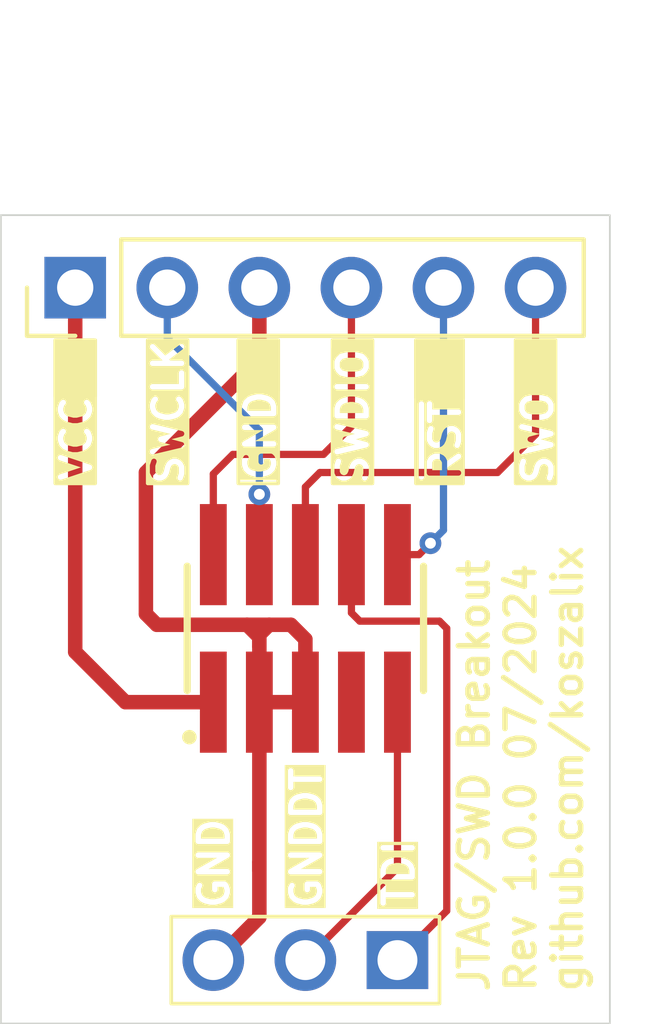
<source format=kicad_pcb>
(kicad_pcb (version 20240108) (generator "pcbnew") (generator_version "8.0")
  (title_block (title "JTAG/SWD Breakout") (date "2024-07-20") (rev "1.0.0"))
  (layers (0 "F.Cu" signal) (31 "B.Cu" signal) (34 "B.Paste" user) (35 "F.Paste" user) (36 "B.SilkS" user "B.Silkscreen") (37 "F.SilkS" user "F.Silkscreen") (38 "B.Mask" user) (39 "F.Mask" user) (44 "Edge.Cuts" user))
  (net 0 "")
  (net 2 "GND")
  (net 3 "/SWCLK{slash}TCK")
  (net 4 "/SWDIO{slash}TMS")
  (net 5 "/GND_Detect")
  (net 6 "/SWO{slash}TDO")
  (net 7 "/TDI")
  (net 8 "VCC")
  (net 9 "/~{RST}")
  (footprint "Koszalix_Connectors_PinHead:Amphenol_68000-103HLF" (layer "F.Cu") (at 95.4 104.75 180)
    (property "Reference" "J3" (hide yes))
    (property "Value" "68000-103HLF" (hide yes))
    (fp_rect (start -3.7 -1.2) (end 3.7 1.2) (stroke (width 0.1)) (fill none) (layer "F.SilkS"))
    (pad "1" thru_hole rect (at -2.54 0 180) (size 1.7 1.6) (drill 1.1) (layers "*.Cu" "*.Mask") (net 7 "/TDI"))
    (pad "2" thru_hole circle (at 0 0 180) (size 1.7 1.7) (drill 1.1) (layers "*.Cu" "*.Mask") (net 5 "/GND_Detect"))
    (pad "3" thru_hole circle (at 2.54 0 180) (size 1.7 1.7) (drill 1.1) (layers "*.Cu" "*.Mask") (net 2 "GND"))
  )
  (footprint "Connector_PinHeader_2.54mm:PinHeader_1x06_P2.54mm_Vertical" (layer "F.Cu") (at 89.05 86.2 90)
    (property "Reference" "J6" (hide yes))
    (property "Value" "DS1021-1*6SF11-B")
    (fp_line (start -1.33 -1.33) (end 0 -1.33) (stroke (width 0.12)) (layer "F.SilkS"))
    (fp_line (start -1.33 0) (end -1.33 -1.33) (stroke (width 0.12)) (layer "F.SilkS"))
    (fp_line (start 1.33 1.27) (end 1.33 14.03) (stroke (width 0.12)) (layer "F.SilkS"))
    (fp_line (start -1.33 1.27) (end 1.33 1.27) (stroke (width 0.12)) (layer "F.SilkS"))
    (fp_line (start -1.33 1.27) (end -1.33 14.03) (stroke (width 0.12)) (layer "F.SilkS"))
    (fp_line (start -1.33 14.03) (end 1.33 14.03) (stroke (width 0.12)) (layer "F.SilkS"))
    (pad "1" thru_hole rect (at 0 0 90) (size 1.7 1.7) (drill 1) (layers "*.Cu" "*.Mask") (net 8 "VCC"))
    (pad "2" thru_hole oval (at 0 2.54 90) (size 1.7 1.7) (drill 1) (layers "*.Cu" "*.Mask") (net 3 "/SWCLK{slash}TCK"))
    (pad "3" thru_hole oval (at 0 5.08 90) (size 1.7 1.7) (drill 1) (layers "*.Cu" "*.Mask") (net 2 "GND"))
    (pad "4" thru_hole oval (at 0 7.62 90) (size 1.7 1.7) (drill 1) (layers "*.Cu" "*.Mask") (net 4 "/SWDIO{slash}TMS"))
    (pad "5" thru_hole oval (at 0 10.16 90) (size 1.7 1.7) (drill 1) (layers "*.Cu" "*.Mask") (net 9 "/~{RST}"))
    (pad "6" thru_hole oval (at 0 12.7 90) (size 1.7 1.7) (drill 1) (layers "*.Cu" "*.Mask") (net 6 "/SWO{slash}TDO"))
  )
  (footprint "Koszalix_Connectors_PinHead:Samtec-FTSH-105-01-L-DV-K" (layer "F.Cu") (at 95.4 95.6)
    (property "Reference" "J1" (hide yes))
    (property "Value" "JTAG")
    (fp_line (start -3.26 -1.715) (end -3.26 1.715) (stroke (width 0.2)) (layer "F.SilkS"))
    (fp_line (start 3.26 1.715) (end 3.26 -1.715) (stroke (width 0.2)) (layer "F.SilkS"))
    (fp_circle (center -3.2 3) (end -3.1 3) (stroke (width 0.2)) (fill none) (layer "F.SilkS"))
    (pad "1" smd rect (at -2.54 2.035) (size 0.74 2.79) (layers "F.Cu" "F.Paste" "F.Mask") (net 8 "VCC"))
    (pad "2" smd rect (at -2.54 -2.035) (size 0.74 2.79) (layers "F.Cu" "F.Paste" "F.Mask") (net 4 "/SWDIO{slash}TMS"))
    (pad "3" smd rect (at -1.27 2.035) (size 0.74 2.79) (layers "F.Cu" "F.Paste" "F.Mask") (net 2 "GND"))
    (pad "4" smd rect (at -1.27 -2.035) (size 0.74 2.79) (layers "F.Cu" "F.Paste" "F.Mask") (net 3 "/SWCLK{slash}TCK"))
    (pad "5" smd rect (at 0 2.035) (size 0.74 2.79) (layers "F.Cu" "F.Paste" "F.Mask") (net 2 "GND"))
    (pad "6" smd rect (at 0 -2.035) (size 0.74 2.79) (layers "F.Cu" "F.Paste" "F.Mask") (net 6 "/SWO{slash}TDO"))
    (pad "7" smd rect (at 1.27 2.035) (size 0.74 2.79) (layers "F.Cu" "F.Paste" "F.Mask"))
    (pad "8" smd rect (at 1.27 -2.035) (size 0.74 2.79) (layers "F.Cu" "F.Paste" "F.Mask") (net 7 "/TDI"))
    (pad "9" smd rect (at 2.54 2.035) (size 0.74 2.79) (layers "F.Cu" "F.Paste" "F.Mask") (net 5 "/GND_Detect"))
    (pad "10" smd rect (at 2.54 -2.035) (size 0.74 2.79) (layers "F.Cu" "F.Paste" "F.Mask") (net 9 "/~{RST}"))
  )
  (gr_rect (start 88.5 87.65) (end 89.6 91.6) (stroke (width 0.1)) (fill none) (layer "F.SilkS"))
  (gr_rect (start 101.2 87.65) (end 102.3 91.6) (stroke (width 0.1)) (fill none) (layer "F.SilkS"))
  (gr_rect (start 96.15 87.65) (end 97.25 91.6) (stroke (width 0.1)) (fill none) (layer "F.SilkS"))
  (gr_rect (start 93.55 87.65) (end 94.65 91.6) (stroke (width 0.1)) (fill none) (layer "F.SilkS"))
  (gr_rect (start 88.5 87.65) (end 89.6 89.2) (stroke (width 0.1)) (fill solid) (layer "F.SilkS"))
  (gr_rect (start 101.2 87.65) (end 102.3 89.1) (stroke (width 0.1)) (fill solid) (layer "F.SilkS"))
  (gr_rect (start 93.55 87.65) (end 94.65 89.05) (stroke (width 0.1)) (fill solid) (layer "F.SilkS"))
  (gr_rect (start 91.05 87.65) (end 92.15 91.6) (stroke (width 0.1)) (fill none) (layer "F.SilkS"))
  (gr_rect (start 96.15 87.65) (end 97.25 87.85) (stroke (width 0.1)) (fill solid) (layer "F.SilkS"))
  (gr_rect (start 98.45 87.65) (end 99.75 91.6) (stroke (width 0.1)) (fill none) (layer "F.SilkS"))
  (gr_rect (start 98.45 87.65) (end 99.75 89.25) (stroke (width 0.1)) (fill solid) (layer "F.SilkS"))
  (gr_rect (start 87 84.2) (end 103.8 106.5) (stroke (width 0.05)) (fill none) (layer "Edge.Cuts"))
  (gr_text "JTAG/SWD Breakout\nRev 1.0.0 07/2024\ngithub.com/koszalix" (at 103.1 105.7 90) (layer "F.SilkS") (effects (font (size 0.8 0.8) (thickness 0.15) (bold yes)) (justify left bottom)))
  (gr_text "VCC  " (at 89.55 91.6 90) (layer "F.SilkS" knockout) (effects (font (size 0.8 0.8) (thickness 0.15) (bold yes)) (justify left bottom)))
  (gr_text "GNDDT\n" (at 95.9 103.4 90) (layer "F.SilkS" knockout) (effects (font (size 0.8 0.8) (thickness 0.15) (bold yes)) (justify left bottom)))
  (gr_text "GND" (at 93.35 103.4 90) (layer "F.SilkS" knockout) (effects (font (size 0.8 0.8) (thickness 0.15) (bold yes)) (justify left bottom)))
  (gr_text "SWDIO" (at 97.18 91.7 90) (layer "F.SilkS" knockout) (effects (font (size 0.8 0.8) (thickness 0.15) (bold yes)) (justify left bottom)))
  (gr_text "TDI" (at 98.45 103.35 90) (layer "F.SilkS" knockout) (effects (font (size 0.8 0.8) (thickness 0.15) (bold yes)) (justify left bottom)))
  (gr_text "~{RST}" (at 99.73 91.6 90) (layer "F.SilkS" knockout) (effects (font (size 0.8 0.8) (thickness 0.15) (bold yes)) (justify left bottom)))
  (gr_text "GND" (at 94.63 91.6 90) (layer "F.SilkS" knockout) (effects (font (size 0.8 0.8) (thickness 0.15) (bold yes)) (justify left bottom)))
  (gr_text "SWCLK" (at 92.09 91.7 90) (layer "F.SilkS" knockout) (effects (font (size 0.8 0.8) (thickness 0.15) (bold yes)) (justify left bottom)))
  (gr_text "SWO" (at 102.28 91.7 90) (layer "F.SilkS" knockout) (effects (font (size 0.8 0.8) (thickness 0.15) (bold yes)) (justify left bottom)))
  (segment (start 94.13 96.1) (end 94.13 95.77) (width 0.4) (layer "F.Cu") (net 2))
  (segment (start 94.13 95.84) (end 94.13 96.1) (width 0.4) (layer "F.Cu") (net 2))
  (segment (start 92.95 104.75) (end 94.13 103.57) (width 0.4) (layer "F.Cu") (net 2))
  (segment (start 94.13 103.57) (end 94.13 102.05) (width 0.4) (layer "F.Cu") (net 2))
  (segment (start 94.13 102.28) (end 94.13 102.05) (width 0.4) (layer "F.Cu") (net 2))
  (segment (start 93.79 95.5) (end 94.13 95.84) (width 0.4) (layer "F.Cu") (net 2))
  (segment (start 94.13 95.77) (end 94.4 95.5) (width 0.4) (layer "F.Cu") (net 2))
  (segment (start 94.4 95.5) (end 95 95.5) (width 0.4) (layer "F.Cu") (net 2))
  (segment (start 91 95.2) (end 91 91.3) (width 0.4) (layer "F.Cu") (net 2))
  (segment (start 94.13 96.1) (end 94.13 97.635) (width 0.4) (layer "F.Cu") (net 2))
  (segment (start 95 95.5) (end 95.4 95.9) (width 0.4) (layer "F.Cu") (net 2))
  (segment (start 91 91.3) (end 94.13 88.17) (width 0.4) (layer "F.Cu") (net 2))
  (segment (start 95.4 95.9) (end 95.4 97.635) (width 0.4) (layer "F.Cu") (net 2))
  (segment (start 91.3 95.5) (end 91 95.2) (width 0.4) (layer "F.Cu") (net 2))
  (segment (start 93.79 95.5) (end 94.4 95.5) (width 0.4) (layer "F.Cu") (net 2))
  (segment (start 92.86 104.75) (end 92.95 104.75) (width 0.4) (layer "F.Cu") (net 2))
  (segment (start 93.79 95.5) (end 91.3 95.5) (width 0.4) (layer "F.Cu") (net 2))
  (segment (start 94.13 102.05) (end 94.13 97.635) (width 0.4) (layer "F.Cu") (net 2))
  (segment (start 94.13 97.635) (end 95.4 97.635) (width 0.4) (layer "F.Cu") (net 2))
  (segment (start 94.13 88.17) (end 94.13 86.2) (width 0.4) (layer "F.Cu") (net 2))
  (segment (start 94.13 91.9) (end 94.13 93.565) (width 0.2) (layer "F.Cu") (net 3))
  (via (at 94.13 91.9) (size 0.6) (drill 0.3) (layers "F.Cu" "B.Cu") (net 3))
  (segment (start 94.13 91.9) (end 94.13 90.13) (width 0.2) (layer "B.Cu") (net 3))
  (segment (start 91.59 87.59) (end 91.59 86.2) (width 0.2) (layer "B.Cu") (net 3))
  (segment (start 94.13 90.13) (end 91.59 87.59) (width 0.2) (layer "B.Cu") (net 3))
  (segment (start 92.86 93.565) (end 92.86 91.34) (width 0.2) (layer "F.Cu") (net 4))
  (segment (start 96.67 90.03) (end 96.67 86.2) (width 0.2) (layer "F.Cu") (net 4))
  (segment (start 93.4 90.8) (end 95.9 90.8) (width 0.2) (layer "F.Cu") (net 4))
  (segment (start 95.9 90.8) (end 96.67 90.03) (width 0.2) (layer "F.Cu") (net 4))
  (segment (start 92.86 91.34) (end 93.4 90.8) (width 0.2) (layer "F.Cu") (net 4))
  (segment (start 97.94 97.635) (end 97.94 102.21) (width 0.2) (layer "F.Cu") (net 5))
  (segment (start 97.94 102.21) (end 95.4 104.75) (width 0.2) (layer "F.Cu") (net 5))
  (segment (start 95.4 93.565) (end 95.4 91.7) (width 0.2) (layer "F.Cu") (net 6))
  (segment (start 101.75 90.25) (end 101.75 86.2) (width 0.2) (layer "F.Cu") (net 6))
  (segment (start 100.7 91.3) (end 101.75 90.25) (width 0.2) (layer "F.Cu") (net 6))
  (segment (start 95.8 91.3) (end 100.7 91.3) (width 0.2) (layer "F.Cu") (net 6))
  (segment (start 95.4 91.7) (end 95.8 91.3) (width 0.2) (layer "F.Cu") (net 6))
  (segment (start 96.67 93.565) (end 96.67 95.17) (width 0.2) (layer "F.Cu") (net 7))
  (segment (start 96.67 95.17) (end 96.9 95.4) (width 0.2) (layer "F.Cu") (net 7))
  (segment (start 99.3 103.39) (end 99.3 95.6) (width 0.2) (layer "F.Cu") (net 7))
  (segment (start 97.94 104.75) (end 99.3 103.39) (width 0.2) (layer "F.Cu") (net 7))
  (segment (start 96.9 95.4) (end 99.1 95.4) (width 0.2) (layer "F.Cu") (net 7))
  (segment (start 99.1 95.4) (end 99.3 95.6) (width 0.2) (layer "F.Cu") (net 7))
  (segment (start 90.435 97.635) (end 89.05 96.25) (width 0.4) (layer "F.Cu") (net 8))
  (segment (start 92.86 97.635) (end 90.435 97.635) (width 0.4) (layer "F.Cu") (net 8))
  (segment (start 89.05 96.25) (end 89.05 86.2) (width 0.4) (layer "F.Cu") (net 8))
  (segment (start 98.535 93.565) (end 97.94 93.565) (width 0.2) (layer "F.Cu") (net 9))
  (segment (start 98.85 93.25) (end 98.535 93.565) (width 0.2) (layer "F.Cu") (net 9))
  (via (at 98.85 93.25) (size 0.6) (drill 0.3) (layers "F.Cu" "B.Cu") (net 9))
  (segment (start 98.85 93.25) (end 99.21 92.89) (width 0.2) (layer "B.Cu") (net 9))
  (segment (start 99.21 92.89) (end 99.21 86.2) (width 0.2) (layer "B.Cu") (net 9))
)
</source>
